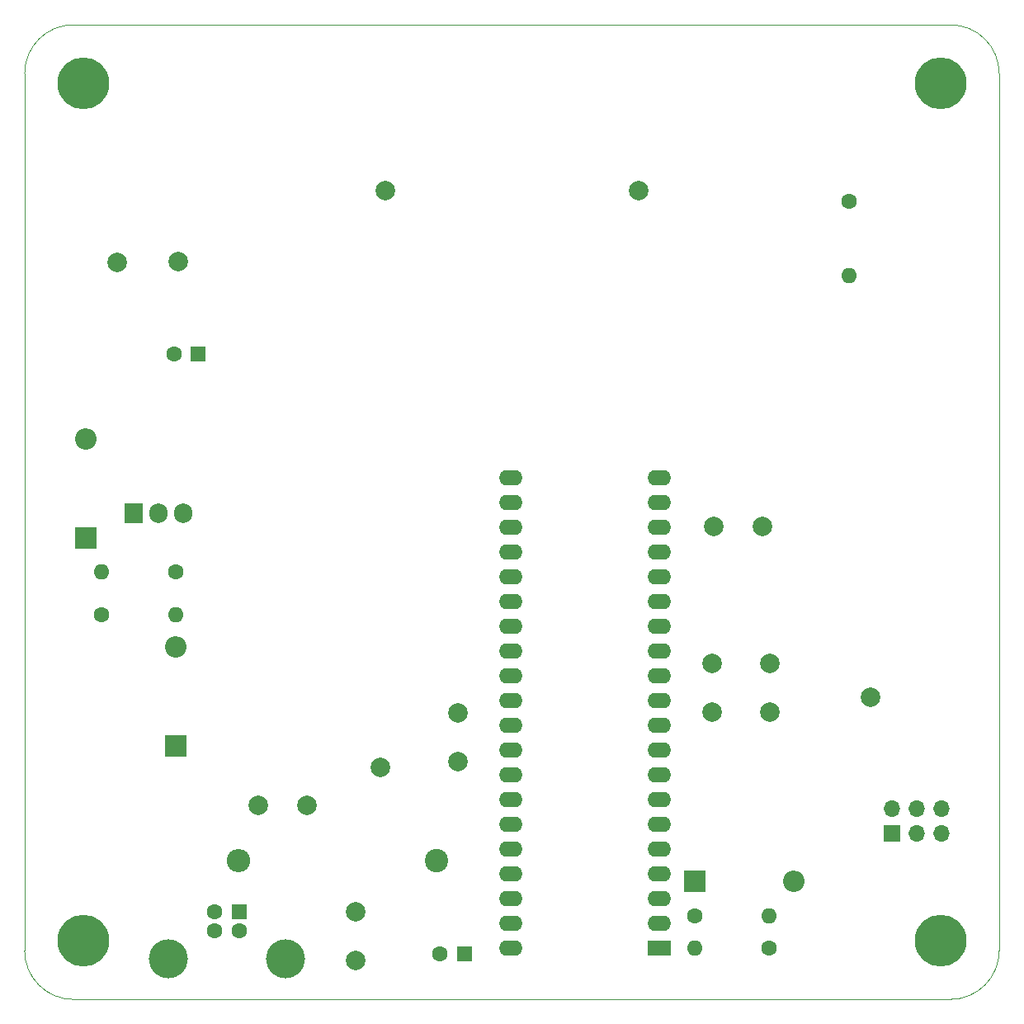
<source format=gbr>
%TF.GenerationSoftware,KiCad,Pcbnew,5.1.7-a382d34a8~87~ubuntu20.04.1*%
%TF.CreationDate,2020-10-04T21:46:04+03:00*%
%TF.ProjectId,GB-CARTPP-DIY,47422d43-4152-4545-9050-2d4449592e6b,v1.1*%
%TF.SameCoordinates,Original*%
%TF.FileFunction,Soldermask,Bot*%
%TF.FilePolarity,Negative*%
%FSLAX46Y46*%
G04 Gerber Fmt 4.6, Leading zero omitted, Abs format (unit mm)*
G04 Created by KiCad (PCBNEW 5.1.7-a382d34a8~87~ubuntu20.04.1) date 2020-10-04 21:46:04*
%MOMM*%
%LPD*%
G01*
G04 APERTURE LIST*
%TA.AperFunction,Profile*%
%ADD10C,0.050000*%
%TD*%
%ADD11O,2.200000X2.200000*%
%ADD12R,2.200000X2.200000*%
%ADD13C,2.000000*%
%ADD14O,2.400000X2.400000*%
%ADD15C,2.400000*%
%ADD16C,5.300000*%
%ADD17O,2.400000X1.600000*%
%ADD18R,2.400000X1.600000*%
%ADD19O,1.600000X1.600000*%
%ADD20C,1.600000*%
%ADD21O,1.905000X2.000000*%
%ADD22R,1.905000X2.000000*%
%ADD23O,1.700000X1.700000*%
%ADD24R,1.700000X1.700000*%
%ADD25C,4.000000*%
%ADD26R,1.600000X1.600000*%
G04 APERTURE END LIST*
D10*
X150000000Y-145000000D02*
G75*
G02*
X145000000Y-150000000I-5000000J0D01*
G01*
X55000000Y-150000000D02*
G75*
G02*
X50000000Y-145000000I0J5000000D01*
G01*
X50000000Y-55000000D02*
G75*
G02*
X55000000Y-50000000I5000000J0D01*
G01*
X145000000Y-50000000D02*
G75*
G02*
X150000000Y-55000000I0J-5000000D01*
G01*
X145000000Y-50000000D02*
X55000000Y-50000000D01*
X150000000Y-145000000D02*
X150000000Y-55000000D01*
X55000000Y-150000000D02*
X145000000Y-150000000D01*
X50000000Y-55000000D02*
X50000000Y-145000000D01*
D11*
%TO.C,D1*%
X128960000Y-137900000D03*
D12*
X118800000Y-137900000D03*
%TD*%
D11*
%TO.C,D2*%
X65500000Y-113840000D03*
D12*
X65500000Y-124000000D03*
%TD*%
D11*
%TO.C,D3*%
X56300000Y-92540000D03*
D12*
X56300000Y-102700000D03*
%TD*%
D13*
%TO.C,TP4*%
X59500000Y-74400000D03*
%TD*%
D14*
%TO.C,FB1*%
X71980000Y-135800000D03*
D15*
X92300000Y-135800000D03*
%TD*%
D16*
%TO.C,H4*%
X144000000Y-144000000D03*
%TD*%
%TO.C,H3*%
X144000000Y-56000000D03*
%TD*%
%TO.C,H2*%
X56000000Y-144000000D03*
%TD*%
%TO.C,H1*%
X56000000Y-56000000D03*
%TD*%
D13*
%TO.C,TP1*%
X136800000Y-119000000D03*
%TD*%
%TO.C,C3*%
X84000000Y-146000000D03*
X84000000Y-141000000D03*
%TD*%
%TO.C,C1*%
X79000000Y-130100000D03*
X74000000Y-130100000D03*
%TD*%
D17*
%TO.C,U1*%
X99860000Y-144700000D03*
X115100000Y-96440000D03*
X99860000Y-142160000D03*
X115100000Y-98980000D03*
X99860000Y-139620000D03*
X115100000Y-101520000D03*
X99860000Y-137080000D03*
X115100000Y-104060000D03*
X99860000Y-134540000D03*
X115100000Y-106600000D03*
X99860000Y-132000000D03*
X115100000Y-109140000D03*
X99860000Y-129460000D03*
X115100000Y-111680000D03*
X99860000Y-126920000D03*
X115100000Y-114220000D03*
X99860000Y-124380000D03*
X115100000Y-116760000D03*
X99860000Y-121840000D03*
X115100000Y-119300000D03*
X99860000Y-119300000D03*
X115100000Y-121840000D03*
X99860000Y-116760000D03*
X115100000Y-124380000D03*
X99860000Y-114220000D03*
X115100000Y-126920000D03*
X99860000Y-111680000D03*
X115100000Y-129460000D03*
X99860000Y-109140000D03*
X115100000Y-132000000D03*
X99860000Y-106600000D03*
X115100000Y-134540000D03*
X99860000Y-104060000D03*
X115100000Y-137080000D03*
X99860000Y-101520000D03*
X115100000Y-139620000D03*
X99860000Y-98980000D03*
X115100000Y-142160000D03*
X99860000Y-96440000D03*
D18*
X115100000Y-144700000D03*
%TD*%
D13*
%TO.C,TP3*%
X65800000Y-74300000D03*
%TD*%
%TO.C,TP2*%
X86500000Y-126200000D03*
%TD*%
D19*
%TO.C,R2*%
X126420000Y-141400000D03*
D20*
X118800000Y-141400000D03*
%TD*%
D19*
%TO.C,R5*%
X134600000Y-75720000D03*
D20*
X134600000Y-68100000D03*
%TD*%
D19*
%TO.C,R4*%
X57880000Y-106100000D03*
D20*
X65500000Y-106100000D03*
%TD*%
D19*
%TO.C,R3*%
X65520000Y-110500000D03*
D20*
X57900000Y-110500000D03*
%TD*%
D19*
%TO.C,R1*%
X118780000Y-144700000D03*
D20*
X126400000Y-144700000D03*
%TD*%
D21*
%TO.C,Q1*%
X66280000Y-100100000D03*
X63740000Y-100100000D03*
D22*
X61200000Y-100100000D03*
%TD*%
D13*
%TO.C,J3*%
X113000000Y-67050000D03*
X87000000Y-67050000D03*
%TD*%
D23*
%TO.C,J2*%
X144080000Y-130460000D03*
X144080000Y-133000000D03*
X141540000Y-130460000D03*
X141540000Y-133000000D03*
X139000000Y-130460000D03*
D24*
X139000000Y-133000000D03*
%TD*%
D25*
%TO.C,J1*%
X76750000Y-145860000D03*
X64750000Y-145860000D03*
D20*
X72000000Y-143000000D03*
X69500000Y-143000000D03*
X69500000Y-141000000D03*
D26*
X72000000Y-141000000D03*
%TD*%
D20*
%TO.C,C8*%
X65300000Y-83800000D03*
D26*
X67800000Y-83800000D03*
%TD*%
D13*
%TO.C,C7*%
X120500000Y-115500000D03*
X120500000Y-120500000D03*
%TD*%
%TO.C,C6*%
X94500000Y-120600000D03*
X94500000Y-125600000D03*
%TD*%
%TO.C,C5*%
X126500000Y-115500000D03*
X126500000Y-120500000D03*
%TD*%
%TO.C,C4*%
X125700000Y-101500000D03*
X120700000Y-101500000D03*
%TD*%
D20*
%TO.C,C2*%
X92600000Y-145300000D03*
D26*
X95100000Y-145300000D03*
%TD*%
M02*

</source>
